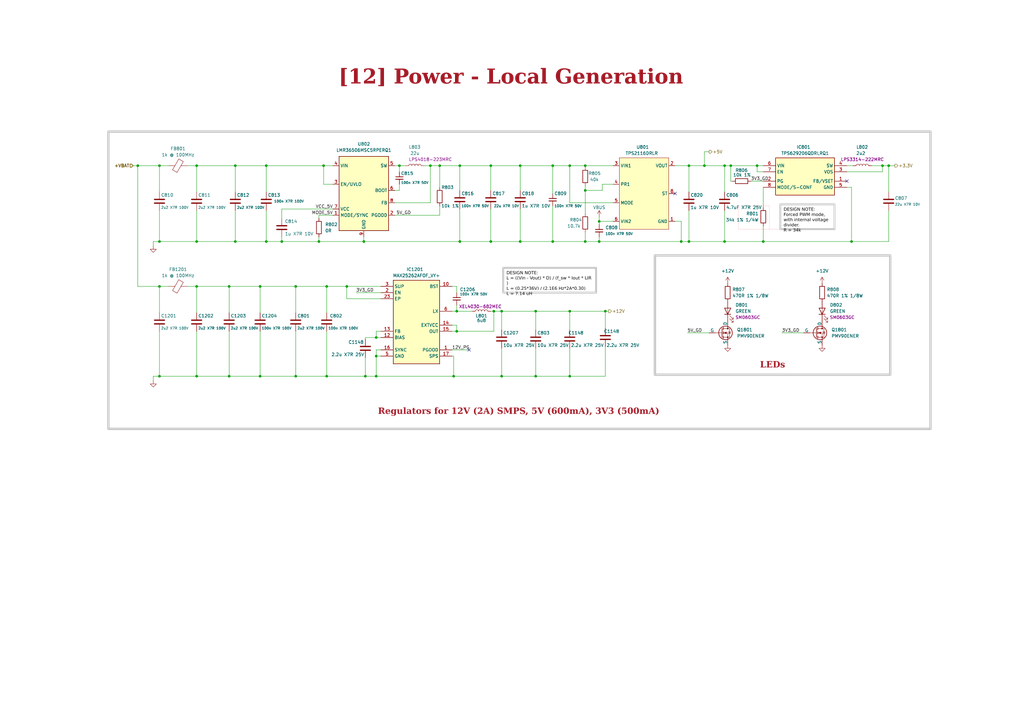
<source format=kicad_sch>
(kicad_sch (version 20230121) (generator eeschema)
  (paper "A3")
  (lib_symbols
    (symbol "0_switching_regulator:LMR36506MSC5RPERQ1"
      (property "Reference" "U?" (at -10.16 35.56 0))
      (property "Value" "LMR36506MSC5RPERQ1" (at -10.16 33.02 0))
      (symbol "LMR36506MSC5RPERQ1_1_1"
        (pin input line (at -12.7 6.35 0) (length 2.54) (name "MODE/SYNC") (number "1"))
        (pin open_collector line (at 12.7 6.35 180) (length 2.54) (name "PGOOD") (number "2"))
        (pin input line (at -12.7 19.05 0) (length 2.54) (name "EN/UVLO") (number "3"))
        (pin power_in line (at -12.7 26.67 0) (length 2.54) (name "VIN") (number "4"))
        (pin power_out line (at 12.7 26.67 180) (length 2.54) (name "SW") (number "5"))
        (pin passive line (at 12.7 16.51 180) (length 2.54) (name "BOOT") (number "6"))
        (pin passive line (at -12.7 8.89 0) (length 2.54) (name "VCC") (number "7"))
        (pin input line (at 12.7 11.43 180) (length 2.54) (name "FB") (number "8"))
        (pin power_in line (at 0 -2.54 90) (length 2.54) (name "GND") (number "9"))
      )
    )
    (symbol "Device:C" (pin_numbers hide) (pin_names (offset 0.254))
      (property "Reference" "C" (at 0.635 2.54 0))
      (property "Value" "C" (at 0.635 -2.54 0))
      (symbol "C_1_1"
        (pin passive line (at 0 3.81 270) (length 2.794) (name "~") (number "1"))
        (pin passive line (at 0 -3.81 90) (length 2.794) (name "~") (number "2"))
      )
    )
    (symbol "Device:C_Small" (pin_numbers hide) (pin_names (offset 0.254) hide)
      (property "Reference" "C" (at 0.254 1.778 0))
      (property "Value" "C_Small" (at 0.254 -2.032 0))
      (symbol "C_Small_1_1"
        (pin passive line (at 0 2.54 270) (length 2.032) (name "~") (number "1"))
        (pin passive line (at 0 -2.54 90) (length 2.032) (name "~") (number "2"))
      )
    )
    (symbol "Device:FerriteBead" (pin_numbers hide) (pin_names (offset 0))
      (property "Reference" "FB" (at -3.81 0.635 90))
      (property "Value" "FerriteBead" (at 3.81 0 90))
      (symbol "FerriteBead_1_1"
        (pin passive line (at 0 3.81 270) (length 2.54) (name "~") (number "1"))
        (pin passive line (at 0 -3.81 90) (length 2.54) (name "~") (number "2"))
      )
    )
    (symbol "Device:L" (pin_numbers hide) (pin_names (offset 1.016) hide)
      (property "Reference" "L" (at -1.27 0 90))
      (property "Value" "L" (at 1.905 0 90))
      (symbol "L_1_1"
        (pin passive line (at 0 3.81 270) (length 1.27) (name "1") (number "1"))
        (pin passive line (at 0 -3.81 90) (length 1.27) (name "2") (number "2"))
      )
    )
    (symbol "Device:LED" (pin_numbers hide) (pin_names (offset 1.016) hide)
      (property "Reference" "D" (at 0 2.54 0))
      (property "Value" "LED" (at 0 -2.54 0))
      (symbol "LED_1_1"
        (pin passive line (at -3.81 0 0) (length 2.54) (name "K") (number "1"))
        (pin passive line (at 3.81 0 180) (length 2.54) (name "A") (number "2"))
      )
    )
    (symbol "Device:R" (pin_numbers hide) (pin_names (offset 0))
      (property "Reference" "R" (at 2.032 0 90))
      (property "Value" "R" (at 0 0 90))
      (symbol "R_1_1"
        (pin passive line (at 0 3.81 270) (length 1.27) (name "~") (number "1"))
        (pin passive line (at 0 -3.81 90) (length 1.27) (name "~") (number "2"))
      )
    )
    (symbol "MAX25262AFOF_VY+:MAX25262AFOF_VY+"
      (property "Reference" "IC1201" (at 22.86 -38.1 0))
      (property "Value" "MAX25262AFOF_VY+" (at 30.48 -75.565 0))
      (symbol "MAX25262AFOF_VY+_1_1"
        (pin passive line (at 45.085 -67.945 180) (length 5.08) (name "PGOOD") (number "1"))
        (pin passive line (at 45.085 -41.91 180) (length 5.08) (name "BST") (number "10"))
        (pin passive line (at 15.875 -70.485 0) (length 5.08) hide (name "GND") (number "11"))
        (pin passive line (at 15.875 -62.865 0) (length 5.08) (name "BIAS") (number "12"))
        (pin passive line (at 15.875 -60.325 0) (length 5.08) (name "FB") (number "13"))
        (pin passive line (at 45.085 -57.785 180) (length 5.08) (name "EXTVCC") (number "14"))
        (pin passive line (at 45.085 -60.325 180) (length 5.08) (name "OUT") (number "15"))
        (pin passive line (at 15.875 -67.945 0) (length 5.08) (name "SYNC") (number "16"))
        (pin passive line (at 45.085 -70.485 180) (length 5.08) (name "SPS") (number "17"))
        (pin passive line (at 45.085 -70.485 180) (length 5.08) hide (name "SPS_2") (number "18"))
        (pin passive line (at 15.875 -70.485 0) (length 5.08) hide (name "PGND_3") (number "19"))
        (pin passive line (at 15.875 -44.45 0) (length 5.08) (name "EN") (number "2"))
        (pin passive line (at 45.085 -52.07 180) (length 5.08) hide (name "LX_2") (number "20"))
        (pin passive line (at 15.875 -70.485 0) (length 5.08) hide (name "PGND_4") (number "21"))
        (pin passive line (at 15.875 -62.865 0) (length 5.08) hide (name "BIAS_2") (number "22"))
        (pin passive line (at 15.875 -46.99 0) (length 5.08) (name "EP") (number "23"))
        (pin passive line (at 15.875 -41.91 0) (length 5.08) (name "SUP") (number "3"))
        (pin no_connect line (at 28.575 -34.29 270) (length 5.08) hide (name "N/C") (number "4"))
        (pin passive line (at 15.875 -70.485 0) (length 5.08) (name "GND") (number "5"))
        (pin passive line (at 45.085 -52.07 180) (length 5.08) (name "LX") (number "6"))
        (pin passive line (at 15.875 -70.485 0) (length 5.08) hide (name "PGND_2") (number "7"))
        (pin no_connect line (at 28.575 -34.29 270) (length 5.08) hide (name "NC") (number "8"))
        (pin passive line (at 15.875 -41.91 0) (length 5.08) hide (name "SUP_2") (number "9"))
      )
    )
    (symbol "NMOS_1" (pin_numbers hide) (pin_names (offset 0))
      (property "Reference" "Q1501" (at 6.35 1.27 0))
      (property "Value" "PMV90ENER" (at 6.35 -1.27 0))
      (symbol "NMOS_1_1_1"
        (pin input line (at -5.08 0 0) (length 2.54) (name "G") (number "1"))
        (pin passive line (at 2.54 -5.08 90) (length 2.54) (name "S") (number "2"))
        (pin passive line (at 2.54 5.08 270) (length 2.54) (name "D") (number "3"))
      )
    )
    (symbol "TPS2116DRLR_1"
      (property "Reference" "U" (at 0 -2.54 0))
      (property "Value" "TPS2116DRLR_1" (at 0 0 0))
      (symbol "TPS2116DRLR_1_1_1"
        (pin power_in line (at 13.335 -11.43 180) (length 2.54) (name "GND") (number "1"))
        (pin passive line (at 13.335 11.43 180) (length 2.54) (name "VOUT") (number "2"))
        (pin power_in line (at -12.065 11.43 0) (length 2.54) (name "VIN1") (number "3"))
        (pin input line (at -12.065 3.81 0) (length 2.54) (name "PR1") (number "4"))
        (pin input line (at -12.065 -3.81 0) (length 2.54) (name "MODE") (number "5"))
        (pin power_in line (at -12.065 -11.43 0) (length 2.54) (name "VIN2") (number "6"))
        (pin passive line (at 13.335 11.43 180) (length 2.54) hide (name "VOUT") (number "7"))
        (pin open_collector line (at 13.335 0 180) (length 2.54) (name "ST") (number "8"))
      )
    )
    (symbol "TPS629206QDRLRQ1:TPS629206QDRLRQ1"
      (property "Reference" "IC2" (at 20.32 7.62 0))
      (property "Value" "TPS629206QDRLRQ1" (at 20.32 5.08 0))
      (symbol "TPS629206QDRLRQ1_1_1"
        (pin passive line (at 47.625 -30.48 180) (length 5.08) (name "FB/VSET") (number "1"))
        (pin passive line (at 13.335 -30.48 0) (length 5.08) (name "PG") (number "2"))
        (pin passive line (at 47.625 -26.67 180) (length 5.08) (name "VOS") (number "3"))
        (pin passive line (at 47.625 -24.13 180) (length 5.08) (name "SW") (number "4"))
        (pin passive line (at 47.625 -33.02 180) (length 5.08) (name "GND") (number "5"))
        (pin passive line (at 13.335 -24.13 0) (length 5.08) (name "VIN") (number "6"))
        (pin passive line (at 13.335 -26.67 0) (length 5.08) (name "EN") (number "7"))
        (pin passive line (at 13.335 -33.02 0) (length 5.08) (name "MODE/S-CONF") (number "8"))
      )
    )
    (symbol "power:+12V" (power) (pin_names (offset 0))
      (property "Value" "+12V" (at 0 3.556 0))
      (symbol "+12V_1_1"
        (pin power_in line (at 0 0 90) (length 0) hide (name "+12V") (number "1"))
      )
    )
    (symbol "power:GND" (power) (pin_names (offset 0))
      (property "Value" "GND" (at 0 -3.81 0))
      (symbol "GND_1_1"
        (pin power_in line (at 0 0 270) (length 0) hide (name "GND") (number "1"))
      )
    )
    (symbol "power:VBUS" (power) (pin_names (offset 0))
      (property "Value" "VBUS" (at 0 3.81 0))
      (symbol "VBUS_1_1"
        (pin power_in line (at 0 0 90) (length 0) hide (name "VBUS") (number "1"))
      )
    )
  )
  (junction (at 149.225 99.06))
  (junction (at 154.305 138.43))
  (junction (at 361.95 67.945))
  (junction (at 80.645 154.305))
  (junction (at 248.285 127.635))
  (junction (at 205.74 127.635))
  (junction (at 349.25 99.06))
  (junction (at 240.03 78.105))
  (junction (at 201.295 99.06))
  (junction (at 288.925 67.945))
  (junction (at 188.595 99.06))
  (junction (at 240.03 67.945))
  (junction (at 233.68 127.635))
  (junction (at 133.985 154.305))
  (junction (at 202.565 127.635))
  (junction (at 132.715 67.945))
  (junction (at 245.745 90.805))
  (junction (at 213.36 67.945))
  (junction (at 65.405 154.305))
  (junction (at 240.03 99.06))
  (junction (at 187.325 135.89))
  (junction (at 186.055 154.305))
  (junction (at 213.36 99.06))
  (junction (at 233.68 154.305))
  (junction (at 96.52 67.945))
  (junction (at 130.81 99.06))
  (junction (at 56.515 67.945))
  (junction (at 115.57 99.06))
  (junction (at 226.695 99.06))
  (junction (at 282.575 99.06))
  (junction (at 80.645 67.945))
  (junction (at 121.285 154.305))
  (junction (at 163.83 67.945))
  (junction (at 233.68 67.945))
  (junction (at 187.325 127.635))
  (junction (at 176.53 67.945))
  (junction (at 106.68 154.305))
  (junction (at 80.645 117.475))
  (junction (at 149.86 154.305))
  (junction (at 297.18 99.06))
  (junction (at 364.49 67.945))
  (junction (at 188.595 67.945))
  (junction (at 219.71 127.635))
  (junction (at 106.68 117.475))
  (junction (at 80.645 99.06))
  (junction (at 226.695 67.945))
  (junction (at 65.405 67.945))
  (junction (at 313.055 99.06))
  (junction (at 205.74 154.305))
  (junction (at 154.305 146.05))
  (junction (at 121.285 117.475))
  (junction (at 93.98 154.305))
  (junction (at 154.305 154.305))
  (junction (at 299.72 67.945))
  (junction (at 93.98 117.475))
  (junction (at 245.745 99.06))
  (junction (at 96.52 99.06))
  (junction (at 65.405 99.06))
  (junction (at 109.22 99.06))
  (junction (at 201.295 67.945))
  (junction (at 180.34 67.945))
  (junction (at 297.18 67.945))
  (junction (at 142.24 117.475))
  (junction (at 219.71 154.305))
  (junction (at 282.575 67.945))
  (junction (at 133.985 117.475))
  (junction (at 310.515 67.945))
  (junction (at 279.4 99.06))
  (junction (at 109.22 67.945))
  (junction (at 65.405 117.475))
  (no_connect (at 192.405 143.51))
  (no_connect (at 347.345 74.295))
  (no_connect (at 276.86 79.375))
  (wire (pts (xy 121.285 117.475) (xy 133.985 117.475)))
  (wire (pts (xy 240.03 67.945) (xy 240.03 68.58)))
  (wire (pts (xy 65.405 117.475) (xy 69.215 117.475)))
  (wire (pts (xy 245.745 88.9) (xy 245.745 90.805)))
  (wire (pts (xy 185.42 133.35) (xy 187.325 133.35)))
  (wire (pts (xy 80.645 78.74) (xy 80.645 67.945)))
  (wire (pts (xy 247.015 78.105) (xy 247.015 75.565)))
  (wire (pts (xy 240.03 99.06) (xy 245.745 99.06)))
  (wire (pts (xy 130.81 99.06) (xy 149.225 99.06)))
  (wire (pts (xy 205.74 154.305) (xy 219.71 154.305)))
  (wire (pts (xy 282.575 78.74) (xy 282.575 67.945)))
  (wire (pts (xy 219.71 127.635) (xy 219.71 135.255)))
  (wire (pts (xy 65.405 135.89) (xy 65.405 154.305)))
  (wire (pts (xy 109.22 67.945) (xy 132.715 67.945)))
  (wire (pts (xy 226.695 84.455) (xy 226.695 99.06)))
  (wire (pts (xy 132.715 67.945) (xy 136.525 67.945)))
  (wire (pts (xy 154.305 146.05) (xy 154.305 154.305)))
  (wire (pts (xy 213.36 99.06) (xy 226.695 99.06)))
  (wire (pts (xy 205.74 127.635) (xy 219.71 127.635)))
  (wire (pts (xy 251.46 90.805) (xy 245.745 90.805)))
  (wire (pts (xy 188.595 85.725) (xy 188.595 99.06)))
  (wire (pts (xy 106.68 154.305) (xy 121.285 154.305)))
  (wire (pts (xy 282.575 99.06) (xy 297.18 99.06)))
  (wire (pts (xy 205.74 142.875) (xy 205.74 154.305)))
  (wire (pts (xy 133.985 117.475) (xy 142.24 117.475)))
  (wire (pts (xy 54.61 67.945) (xy 56.515 67.945)))
  (wire (pts (xy 180.34 67.945) (xy 188.595 67.945)))
  (wire (pts (xy 201.295 127.635) (xy 202.565 127.635)))
  (wire (pts (xy 146.05 120.015) (xy 156.21 120.015)))
  (wire (pts (xy 187.325 125.095) (xy 187.325 127.635)))
  (wire (pts (xy 279.4 90.805) (xy 279.4 99.06)))
  (wire (pts (xy 188.595 67.945) (xy 201.295 67.945)))
  (wire (pts (xy 93.98 135.89) (xy 93.98 154.305)))
  (wire (pts (xy 188.595 99.06) (xy 201.295 99.06)))
  (wire (pts (xy 288.925 62.23) (xy 288.925 67.945)))
  (wire (pts (xy 106.68 135.89) (xy 106.68 154.305)))
  (polyline (pts (xy 315.595 93.98) (xy 320.04 93.98)) (stroke (width 0) (type dot) (color 255 0 0 1)))
  (wire (pts (xy 249.555 127.635) (xy 248.285 127.635)))
  (wire (pts (xy 187.325 135.89) (xy 202.565 135.89)))
  (wire (pts (xy 96.52 67.945) (xy 96.52 78.74)))
  (wire (pts (xy 161.925 88.265) (xy 180.34 88.265)))
  (wire (pts (xy 80.645 67.945) (xy 76.835 67.945)))
  (wire (pts (xy 299.72 67.945) (xy 310.515 67.945)))
  (wire (pts (xy 121.285 135.89) (xy 121.285 154.305)))
  (wire (pts (xy 201.295 85.725) (xy 201.295 99.06)))
  (wire (pts (xy 62.865 99.06) (xy 62.865 100.965)))
  (wire (pts (xy 299.72 67.945) (xy 299.72 74.295)))
  (wire (pts (xy 65.405 154.305) (xy 80.645 154.305)))
  (wire (pts (xy 109.22 67.945) (xy 109.22 78.74)))
  (wire (pts (xy 361.95 70.485) (xy 361.95 67.945)))
  (wire (pts (xy 226.695 67.945) (xy 233.68 67.945)))
  (wire (pts (xy 149.86 146.685) (xy 149.86 154.305)))
  (wire (pts (xy 185.42 146.05) (xy 186.055 146.05)))
  (wire (pts (xy 154.305 143.51) (xy 154.305 146.05)))
  (wire (pts (xy 80.645 67.945) (xy 96.52 67.945)))
  (wire (pts (xy 80.645 154.305) (xy 93.98 154.305)))
  (wire (pts (xy 130.81 97.155) (xy 130.81 99.06)))
  (wire (pts (xy 364.49 67.945) (xy 364.49 78.74)))
  (wire (pts (xy 62.865 154.305) (xy 65.405 154.305)))
  (wire (pts (xy 65.405 67.945) (xy 69.215 67.945)))
  (wire (pts (xy 62.865 154.305) (xy 62.865 156.21)))
  (wire (pts (xy 96.52 99.06) (xy 109.22 99.06)))
  (wire (pts (xy 297.18 99.06) (xy 313.055 99.06)))
  (wire (pts (xy 93.98 128.27) (xy 93.98 117.475)))
  (wire (pts (xy 149.86 139.065) (xy 149.86 138.43)))
  (wire (pts (xy 233.68 83.185) (xy 251.46 83.185)))
  (wire (pts (xy 310.515 67.945) (xy 313.055 67.945)))
  (wire (pts (xy 80.645 117.475) (xy 76.835 117.475)))
  (wire (pts (xy 154.305 135.89) (xy 154.305 138.43)))
  (wire (pts (xy 96.52 99.06) (xy 80.645 99.06)))
  (wire (pts (xy 279.4 99.06) (xy 282.575 99.06)))
  (wire (pts (xy 186.055 154.305) (xy 205.74 154.305)))
  (wire (pts (xy 185.42 143.51) (xy 192.405 143.51)))
  (wire (pts (xy 56.515 67.945) (xy 65.405 67.945)))
  (wire (pts (xy 115.57 99.06) (xy 130.81 99.06)))
  (wire (pts (xy 201.295 78.105) (xy 201.295 67.945)))
  (wire (pts (xy 205.74 127.635) (xy 205.74 135.255)))
  (wire (pts (xy 219.71 154.305) (xy 233.68 154.305)))
  (wire (pts (xy 115.57 85.725) (xy 136.525 85.725)))
  (wire (pts (xy 115.57 89.535) (xy 115.57 85.725)))
  (wire (pts (xy 364.49 86.36) (xy 364.49 99.06)))
  (wire (pts (xy 201.295 67.945) (xy 213.36 67.945)))
  (wire (pts (xy 313.055 70.485) (xy 310.515 70.485)))
  (wire (pts (xy 106.68 128.27) (xy 106.68 117.475)))
  (wire (pts (xy 149.86 154.305) (xy 154.305 154.305)))
  (wire (pts (xy 56.515 117.475) (xy 65.405 117.475)))
  (wire (pts (xy 187.325 117.475) (xy 187.325 120.015)))
  (wire (pts (xy 186.055 146.05) (xy 186.055 154.305)))
  (wire (pts (xy 233.68 127.635) (xy 233.68 135.255)))
  (wire (pts (xy 80.645 117.475) (xy 93.98 117.475)))
  (wire (pts (xy 240.03 67.945) (xy 251.46 67.945)))
  (wire (pts (xy 65.405 78.74) (xy 65.405 67.945)))
  (wire (pts (xy 156.21 138.43) (xy 154.305 138.43)))
  (wire (pts (xy 233.68 142.875) (xy 233.68 154.305)))
  (wire (pts (xy 349.25 99.06) (xy 364.49 99.06)))
  (wire (pts (xy 149.225 99.06) (xy 188.595 99.06)))
  (wire (pts (xy 248.285 142.24) (xy 248.285 154.305)))
  (wire (pts (xy 161.925 67.945) (xy 163.83 67.945)))
  (wire (pts (xy 347.345 67.945) (xy 349.885 67.945)))
  (wire (pts (xy 281.94 136.525) (xy 290.83 136.525)))
  (wire (pts (xy 247.015 75.565) (xy 251.46 75.565)))
  (wire (pts (xy 245.745 90.805) (xy 245.745 92.075)))
  (wire (pts (xy 276.86 90.805) (xy 279.4 90.805)))
  (wire (pts (xy 361.95 67.945) (xy 364.49 67.945)))
  (wire (pts (xy 109.22 86.36) (xy 109.22 99.06)))
  (wire (pts (xy 233.68 154.305) (xy 248.285 154.305)))
  (wire (pts (xy 56.515 67.945) (xy 56.515 117.475)))
  (wire (pts (xy 186.055 154.305) (xy 154.305 154.305)))
  (wire (pts (xy 121.285 154.305) (xy 133.985 154.305)))
  (wire (pts (xy 62.865 99.06) (xy 65.405 99.06)))
  (wire (pts (xy 282.575 86.36) (xy 282.575 99.06)))
  (wire (pts (xy 163.83 67.945) (xy 166.37 67.945)))
  (wire (pts (xy 233.68 83.185) (xy 233.68 67.945)))
  (wire (pts (xy 233.68 67.945) (xy 240.03 67.945)))
  (wire (pts (xy 176.53 67.945) (xy 180.34 67.945)))
  (wire (pts (xy 176.53 67.945) (xy 173.99 67.945)))
  (wire (pts (xy 320.675 136.525) (xy 329.565 136.525)))
  (wire (pts (xy 201.295 99.06) (xy 213.36 99.06)))
  (wire (pts (xy 65.405 86.36) (xy 65.405 99.06)))
  (wire (pts (xy 245.745 97.155) (xy 245.745 99.06)))
  (wire (pts (xy 136.525 88.265) (xy 130.81 88.265)))
  (wire (pts (xy 347.345 70.485) (xy 361.95 70.485)))
  (wire (pts (xy 163.83 75.565) (xy 163.83 78.105)))
  (wire (pts (xy 80.645 135.89) (xy 80.645 154.305)))
  (wire (pts (xy 132.715 75.565) (xy 132.715 67.945)))
  (wire (pts (xy 133.985 154.305) (xy 149.86 154.305)))
  (wire (pts (xy 93.98 154.305) (xy 106.68 154.305)))
  (wire (pts (xy 142.24 117.475) (xy 156.21 117.475)))
  (wire (pts (xy 142.24 122.555) (xy 142.24 117.475)))
  (wire (pts (xy 130.81 88.265) (xy 130.81 89.535)))
  (wire (pts (xy 240.03 95.25) (xy 240.03 99.06)))
  (wire (pts (xy 213.36 67.945) (xy 213.36 78.105)))
  (wire (pts (xy 121.285 117.475) (xy 121.285 128.27)))
  (wire (pts (xy 136.525 75.565) (xy 132.715 75.565)))
  (wire (pts (xy 248.285 127.635) (xy 248.285 134.62)))
  (wire (pts (xy 213.36 85.725) (xy 213.36 99.06)))
  (wire (pts (xy 297.18 86.36) (xy 297.18 99.06)))
  (wire (pts (xy 180.34 76.835) (xy 180.34 67.945)))
  (wire (pts (xy 240.03 76.2) (xy 240.03 78.105)))
  (wire (pts (xy 240.03 78.105) (xy 247.015 78.105)))
  (wire (pts (xy 245.745 99.06) (xy 279.4 99.06)))
  (wire (pts (xy 297.18 67.945) (xy 297.18 78.74)))
  (wire (pts (xy 219.71 127.635) (xy 233.68 127.635)))
  (wire (pts (xy 297.18 67.945) (xy 299.72 67.945)))
  (wire (pts (xy 219.71 142.875) (xy 219.71 154.305)))
  (wire (pts (xy 115.57 97.155) (xy 115.57 99.06)))
  (wire (pts (xy 133.985 117.475) (xy 133.985 128.27)))
  (wire (pts (xy 80.645 128.27) (xy 80.645 117.475)))
  (wire (pts (xy 156.21 143.51) (xy 154.305 143.51)))
  (wire (pts (xy 213.36 67.945) (xy 226.695 67.945)))
  (wire (pts (xy 364.49 67.945) (xy 367.03 67.945)))
  (wire (pts (xy 142.24 122.555) (xy 156.21 122.555)))
  (wire (pts (xy 80.645 86.36) (xy 80.645 99.06)))
  (wire (pts (xy 307.975 74.295) (xy 313.055 74.295)))
  (wire (pts (xy 299.72 74.295) (xy 300.355 74.295)))
  (wire (pts (xy 65.405 99.06) (xy 80.645 99.06)))
  (wire (pts (xy 288.925 67.945) (xy 297.18 67.945)))
  (wire (pts (xy 65.405 128.27) (xy 65.405 117.475)))
  (wire (pts (xy 96.52 67.945) (xy 109.22 67.945)))
  (wire (pts (xy 109.22 99.06) (xy 115.57 99.06)))
  (wire (pts (xy 185.42 117.475) (xy 187.325 117.475)))
  (wire (pts (xy 313.055 99.06) (xy 349.25 99.06)))
  (wire (pts (xy 161.925 78.105) (xy 163.83 78.105)))
  (wire (pts (xy 93.98 117.475) (xy 106.68 117.475)))
  (wire (pts (xy 187.325 133.35) (xy 187.325 135.89)))
  (wire (pts (xy 226.695 67.945) (xy 226.695 79.375)))
  (wire (pts (xy 202.565 127.635) (xy 205.74 127.635)))
  (wire (pts (xy 161.925 83.185) (xy 176.53 83.185)))
  (wire (pts (xy 313.055 92.71) (xy 313.055 99.06)))
  (wire (pts (xy 96.52 86.36) (xy 96.52 99.06)))
  (wire (pts (xy 226.695 99.06) (xy 240.03 99.06)))
  (wire (pts (xy 357.505 67.945) (xy 361.95 67.945)))
  (wire (pts (xy 282.575 67.945) (xy 288.925 67.945)))
  (wire (pts (xy 180.34 88.265) (xy 180.34 84.455)))
  (wire (pts (xy 233.68 127.635) (xy 248.285 127.635)))
  (wire (pts (xy 106.68 117.475) (xy 121.285 117.475)))
  (wire (pts (xy 154.305 146.05) (xy 156.21 146.05)))
  (wire (pts (xy 276.86 67.945) (xy 282.575 67.945)))
  (wire (pts (xy 133.985 135.89) (xy 133.985 154.305)))
  (wire (pts (xy 290.83 62.23) (xy 288.925 62.23)))
  (wire (pts (xy 156.21 135.89) (xy 154.305 135.89)))
  (wire (pts (xy 185.42 135.89) (xy 187.325 135.89)))
  (wire (pts (xy 187.325 127.635) (xy 193.675 127.635)))
  (wire (pts (xy 154.305 138.43) (xy 149.86 138.43)))
  (wire (pts (xy 202.565 127.635) (xy 202.565 135.89)))
  (wire (pts (xy 176.53 83.185) (xy 176.53 67.945)))
  (wire (pts (xy 187.325 127.635) (xy 185.42 127.635)))
  (wire (pts (xy 163.83 67.945) (xy 163.83 70.485)))
  (wire (pts (xy 149.225 97.155) (xy 149.225 99.06)))
  (wire (pts (xy 313.055 76.835) (xy 313.055 85.09)))
  (wire (pts (xy 310.515 67.945) (xy 310.515 70.485)))
  (wire (pts (xy 347.345 76.835) (xy 349.25 76.835)))
  (wire (pts (xy 188.595 78.105) (xy 188.595 67.945)))
  (wire (pts (xy 349.25 76.835) (xy 349.25 99.06)))
  (wire (pts (xy 240.03 78.105) (xy 240.03 87.63)))
  (rectangle (start 302.895 84.455) (end 315.595 93.98) (stroke (width 0) (type dot) (color 255 0 0 1)))
  (rectangle (start 268.605 104.775) (end 365.125 153.67) (stroke (width 1) (color 200 200 200 1)))
  (rectangle (start 44.45 53.975) (end 381.635 175.895) (stroke (width 1) (color 200 200 200 1)))
  (text_box "LEDs" (at 269.875 143.51 0) (size 93.98 9.525) (stroke (width -0.0001)) (effects (font (size 2.54 2.54) (thickness 0.508) bold) (justify bottom)))
  (text_box "Regulators for 12V (2A) SMPS, 5V (600mA), 3V3 (500mA)" (at 44.45 162.56 0) (size 336.55 9.525) (stroke (width -0.0001)) (effects (font (size 2.54 2.54) (thickness 0.508) bold) (justify bottom)))
  (text_box "DESIGN NOTE:\nL = ((Vin - Vout) * D) / (f_sw * Iout * LIR )\nL = (0.25*36V) / (2.1E6 Hz*2A*0.30)\nL = 7.14 uH" (at 206.375 109.855 0) (size 38.1 10.16) (stroke (width 0.8) (color 200 200 200 1)) (effects (font (size 1.27 1.27)) (justify left top)))
  (text_box "DESIGN NOTE:\nForced PWM mode, with internal voltage divider. \nR = 34k" (at 320.04 83.82 0) (size 22.225 10.16) (stroke (width 0.8) (color 200 200 200 1)) (effects (font (size 1.27 1.27)) (justify left top)))
  (text_box "[12] Power - Local Generation\n" (at 12.065 25.4 0) (size 394.97 12.7) (stroke (width -0.0001)) (effects (font (size 6 6) (thickness 1.2) bold)))
  (label "12V_PG" (at 185.42 143.51 0))
  (label "5V_GD" (at 162.56 88.265 0))
  (label "5V_GD" (at 281.94 136.525 0))
  (label "3V3_GD" (at 307.975 74.295 0))
  (label "MODE_5V" (at 136.525 88.265 180))
  (label "VCC_5V" (at 136.525 85.725 180))
  (label "3V3_GD" (at 146.05 120.015 0))
  (label "3V3_GD" (at 320.675 136.525 0))
  (hierarchical_label "+3.3V" (shape output) (at 367.03 67.945 0))
  (hierarchical_label "+12V" (shape output) (at 249.555 127.635 0))
  (hierarchical_label "+5V" (shape output) (at 290.83 62.23 0))
  (hierarchical_label "+VBAT" (shape input) (at 54.61 67.945 180) (effects (font bold)))
  (symbol (lib_id "Device:C") (at 65.405 82.55 0) (unit 1)
    (property "Reference" "C810" (at 66.04 80.01 0) (effects (justify left)))
    (property "Value" "2u2 X7R 100V" (at 66.04 85.09 0) (effects (font (size 1.016 1.016)) (justify left)))
    (property "Footprint" "0_capacitor_smd:C_0805_2012_DensityHigh" (effects hide))
    (property "Datasheet" "https://product.tdk.com/system/files/dam/doc/product/capacitor/ceramic/mlcc/catalog/mlcc_automotive_midvoltage_en.pdf" (effects hide))
    (property "Description" "Multilayer Ceramic Capacitors MLCC - SMD/SMT 0805 100VDC 2.2uF 10% 1.25mm AEC-Q200" (effects hide))
    (property "Manufacturer" "TDK Corporation" (effects hide))
    (property "Manufacturer Part Number" "CGA4J1X7R2A225K125AC" (effects hide))
    (property "Supplier 1" "Mouser" (effects hide))
    (property "Supplier Part Number 1" "810-CGA4J7R2A225K125" (effects hide))
  )
  (symbol (lib_id "MAX25262AFOF_VY+:MAX25262AFOF_VY+") (at 140.335 75.565 0) (unit 1)
    (property "Reference" "IC1201" (at 170.18 110.49 0))
    (property "Value" "MAX25262AFOF_VY+" (at 170.815 113.03 0))
    (property "Footprint" "0_switching_regulator:MAX25262AFOFVY" (effects hide))
    (property "Datasheet" "https://www.analog.com/MAX25262/datasheet" (effects hide))
    (property "Height" "0.8" (effects hide))
    (property "Mouser Part Number" "700-MAX25262AFOF/VY+" (effects hide))
    (property "Mouser Price/Stock" "https://www.mouser.co.uk/ProductDetail/Maxim-Integrated/MAX25262AFOF-VY%2b?qs=Znm5pLBrcAKuUEKeEaESFA%3D%3D" (effects hide))
    (property "Manufacturer_Name" "Analog Devices" (effects hide))
    (property "Manufacturer_Part_Number" "MAX25262AFOF/VY+" (effects hide))
  )
  (symbol (lib_id "Device:C") (at 115.57 93.345 0) (unit 1)
    (property "Reference" "C814" (at 116.84 90.805 0) (effects (justify left)))
    (property "Value" "1u X7R 10V" (at 116.84 95.885 0) (effects (justify left)))
    (property "Footprint" "0_capacitor_smd:C_0402_1005_DensityHigh" (effects hide))
    (property "Datasheet" "https://search.murata.co.jp/Ceramy/image/img/A01X/G101/ENG/GRM155Z71A105KE01-01A.pdf" (effects hide))
    (property "Description" "1 µF ±10% 10V Ceramic Capacitor X7R 0402 (1005 Metric)" (effects hide))
    (property "Manufacturer" "Murata Electronics" (effects hide))
    (property "Manufacturer Part Number" "GRM155Z71A105KE01J" (effects hide))
    (property "Supplier 1" "Digikey" (effects hide))
    (property "Supplier Part Number 1" "490-GRM155Z71A105KE01JCT-ND" (effects hide))
  )
  (symbol (lib_id "Device:L") (at 197.485 127.635 90) (unit 1)
    (property "Reference" "L801" (at 197.485 129.54 90))
    (property "Value" "6u8" (at 197.485 131.445 90))
    (property "Footprint" "0_inductor_smd:XEL4030682MEC" (effects hide))
    (property "Datasheet" "XEL4030-682MEC " (at 197.485 125.73 90))
  )
  (symbol (lib_id "Device:C") (at 188.595 81.915 0) (unit 1)
    (property "Reference" "C816" (at 189.23 79.375 0) (effects (justify left)))
    (property "Value" "100n X7R 50V" (at 189.23 84.455 0) (effects (font (size 1.016 1.016)) (justify left)))
    (property "Footprint" "0_capacitor_smd:C_0402_1005_DensityHigh" (effects hide))
    (property "Datasheet" "https://search.murata.co.jp/Ceramy/image/img/A01X/G101/ENG/GCM155R71H104KE02-01.pdf" (effects hide))
    (property "Description" "0.1 µF ±10% 50V Ceramic Capacitor X7R 0402 (1005 Metric)" (effects hide))
    (property "Manufacturer" "Murata Electronics" (effects hide))
    (property "Manufacturer Part Number" "GCM155R71H104KE02J" (effects hide))
    (property "Supplier 1" "Digikey" (effects hide))
    (property "Supplier Part Number 1" "490-14514-1-ND" (effects hide))
  )
  (symbol (lib_id "Device:C") (at 201.295 81.915 0) (unit 1)
    (property "Reference" "C817" (at 201.93 79.375 0) (effects (justify left)))
    (property "Value" "22u X7R 10V" (at 202.565 84.455 0) (effects (font (size 1.016 1.016)) (justify left)))
    (property "Footprint" "0_capacitor_smd:C_0805_2012_DensityHighest" (effects hide))
    (property "Datasheet" "https://search.murata.co.jp/Ceramy/image/img/A01X/G101/ENG/GRM21BZ71A226ME15-01.pdf" (effects hide))
    (property "Description" "22 µF ±20% 10V Ceramic Capacitor X7R 0805 (2012 Metric)" (effects hide))
    (property "Manufacturer" "Murata Electronics" (effects hide))
    (property "Manufacturer Part Number" "GRM21BZ71A226ME15L" (effects hide))
    (property "Supplier 1" "Digikey" (effects hide))
    (property "Supplier Part Number 1" "490-GRM21BZ71A226ME15LCT-ND" (effects hide))
  )
  (symbol (lib_id "Device:C_Small") (at 226.695 81.915 0) (unit 1)
    (property "Reference" "C809" (at 227.33 79.375 0) (effects (justify left)))
    (property "Value" "100n X7R 50V" (at 227.33 84.455 0) (effects (font (size 1.016 1.016)) (justify left)))
    (property "Footprint" "0_capacitor_smd:C_0402_1005_DensityHigh" (effects hide))
    (property "Datasheet" "https://search.murata.co.jp/Ceramy/image/img/A01X/G101/ENG/GCM155R71H104KE02-01.pdf" (effects hide))
    (property "Description" "0.1 µF ±10% 50V Ceramic Capacitor X7R 0402 (1005 Metric)" (effects hide))
    (property "Manufacturer" "Murata Electronics" (effects hide))
    (property "Manufacturer Part Number" "GCM155R71H104KE02J" (effects hide))
    (property "Supplier 1" "Digikey" (effects hide))
    (property "Supplier Part Number 1" "490-14514-1-ND" (effects hide))
  )
  (symbol (lib_id "0_switching_regulator:LMR36506MSC5RPERQ1") (at 149.225 94.615 0) (unit 1)
    (property "Reference" "U802" (at 149.225 59.055 0))
    (property "Value" "LMR36506MSC5RPERQ1" (at 149.225 61.595 0))
    (property "Footprint" "0_switching_regulator:LMR36503" (effects hide))
    (property "Datasheet" "https://www.ti.com/lit/ds/symlink/lmr36506-q1.pdf" (effects hide))
    (property "Manufacturer" "Texas Instruments" (effects hide))
    (property "Manufacturer Part Number" "LMR36503MSC5RPERQ1" (effects hide))
    (property "Description" "LMR36506-Q1 3-V to 65-V, 0.6-A Synchronous Buck Converter Optimized for Size and Light Load Efficiency" (effects hide))
    (property "Supplier 1" "Digikey" (effects hide))
    (property "Supplier Part Number 1" "296-LMR36506MSC5RPERQ1CT-ND" (effects hide))
  )
  (symbol (lib_id "Device:C") (at 297.18 82.55 180) (unit 1)
    (property "Reference" "C806" (at 297.815 80.01 0) (effects (justify right)))
    (property "Value" "4.7uF X7R 25V" (at 297.815 85.09 0) (effects (justify right)))
    (property "Footprint" "0_capacitor_smd:C_1210_3225_DensityHigh" (effects hide))
  )
  (symbol (lib_id "Device:C") (at 149.86 142.875 0) (unit 1)
    (property "Reference" "C1148" (at 142.875 140.335 0) (effects (justify left)))
    (property "Value" "2.2u X7R 25V" (at 135.89 145.415 0) (effects (justify left)))
    (property "Footprint" "0_capacitor_smd:C_0805_2012_DensityHigh" (effects hide))
    (instances (project "smps_legged_robot" (path "" (reference "C1148") (unit 1)) (path "" (reference "C1205") (unit 1))))
  )
  (symbol (lib_id "Device:L") (at 170.18 67.945 90) (unit 1)
    (property "Reference" "L803" (at 167.64 60.325 90) (effects (justify right)))
    (property "Value" "22u" (at 168.275 62.865 90) (effects (justify right)))
    (property "Footprint" "0_inductor_smd:L_Coilcraft_LPS4018" (effects hide))
    (property "Datasheet" "https://www.coilcraft.com/getmedia/31b05c96-4c4c-4498-8dbb-fe092de76bad/lps4018.pdf" (effects hide))
    (property "Manufacturer Part Number" "LPS4018-223MRC" (at 167.64 65.405 90) (effects (justify right)))
    (property "Supplier 1" "Mouser" (effects hide))
    (property "Supplier Part Number 1" "994-LPS4018-223MRC" (effects hide))
    (property "Description" "Power Inductors - SMD 22uH Shld 20% 830mA 360 mOhms" (effects hide))
    (property "Manufacturer" "Coilcraft" (effects hide))
  )
  (symbol (lib_id "Device:C") (at 233.68 139.065 180) (unit 1)
    (property "Reference" "C1148" (at 239.395 136.525 0) (effects (justify left)))
    (property "Value" "2.2u X7R 25V" (at 247.65 141.605 0) (effects (justify left)))
    (property "Footprint" "0_capacitor_smd:C_0805_2012_DensityHigh" (effects hide))
    (instances (project "smps_legged_robot" (path "" (reference "C1148") (unit 1)) (path "" (reference "C804") (unit 1))))
  )
  (symbol (lib_id "Device:R") (at 180.34 80.645 180) (unit 1)
    (property "Reference" "R803" (at 180.975 76.835 0) (effects (justify right)))
    (property "Value" "10k 1%" (at 180.975 84.455 0) (effects (justify right)))
    (property "Footprint" "0_resistor_smd:R_0402_1005_DensityHigh" (effects hide))
    (property "Datasheet" "https://www.yageo.com/upload/media/product/app/datasheet/rchip/pyu-rt_1-to-0.01_rohs_l.pdf" (effects hide))
    (property "Description" "10 kOhms ±1% 0.063W, 1/16W Chip Resistor 0402 (1005 Metric) Thin Film" (effects hide))
    (property "Manufacturer" "YAGEO" (effects hide))
    (property "Manufacturer Part Number" "RT0402FRE0710KL" (effects hide))
    (property "Supplier 1" "Digikey" (effects hide))
    (property "Supplier Part Number 1" "YAG1233CT-ND" (effects hide))
  )
  (symbol (lib_id "Device:C") (at 65.405 132.08 0) (unit 1)
    (property "Reference" "C1201" (at 66.04 129.54 0) (effects (justify left)))
    (property "Value" "2u2 X7R 100V" (at 66.04 134.62 0) (effects (font (size 1.016 1.016)) (justify left)))
    (property "Footprint" "0_capacitor_smd:C_0805_2012_DensityHigh" (effects hide))
    (property "Datasheet" "https://product.tdk.com/system/files/dam/doc/product/capacitor/ceramic/mlcc/catalog/mlcc_automotive_midvoltage_en.pdf" (effects hide))
    (property "Description" "Multilayer Ceramic Capacitors MLCC - SMD/SMT 0805 100VDC 2.2uF 10% 1.25mm AEC-Q200" (effects hide))
    (property "Manufacturer" "TDK Corporation" (effects hide))
    (property "Manufacturer Part Number" "CGA4J1X7R2A225K125AC" (effects hide))
    (property "Supplier 1" "Mouser" (effects hide))
    (property "Supplier Part Number 1" "810-CGA4J7R2A225K125" (effects hide))
  )
  (symbol (lib_id "Device:C") (at 93.98 132.08 0) (unit 1)
    (property "Reference" "C1203" (at 94.615 129.54 0) (effects (justify left)))
    (property "Value" "2u2 X7R 100V" (at 94.615 134.62 0) (effects (font (size 1.016 1.016)) (justify left)))
    (property "Footprint" "0_capacitor_smd:C_0805_2012_DensityHigh" (effects hide))
    (property "Datasheet" "https://product.tdk.com/system/files/dam/doc/product/capacitor/ceramic/mlcc/catalog/mlcc_automotive_midvoltage_en.pdf" (effects hide))
    (property "Description" "Multilayer Ceramic Capacitors MLCC - SMD/SMT 0805 100VDC 2.2uF 10% 1.25mm AEC-Q200" (effects hide))
    (property "Manufacturer" "TDK Corporation" (effects hide))
    (property "Manufacturer Part Number" "CGA4J1X7R2A225K125AC" (effects hide))
    (property "Supplier 1" "Mouser" (effects hide))
    (property "Supplier Part Number 1" "810-CGA4J7R2A225K125" (effects hide))
  )
  (symbol (lib_id "Device:R") (at 240.03 72.39 0) (unit 1)
    (property "Reference" "R805" (at 241.3 71.12 0) (effects (justify left)))
    (property "Value" "40k" (at 241.935 73.66 0) (effects (justify left)))
    (property "Footprint" "0_resistor_smd:R_0402_1005_DensityHigh" (effects hide))
    (property "Datasheet" "https://industrial.panasonic.com/ww/products/pt/general-purpose-chip-resistors/models/ERJ2GE0R00X" (effects hide))
    (property "Description" "0 Ohms Jumper Chip Resistor 0402 (1005 Metric) Automotive AEC-Q200 Thick Film" (effects hide))
    (property "Manufacturer" "Panasonic Electronic Components" (effects hide))
    (property "Manufacturer Part Number" "ERJ-2GE0R00X" (effects hide))
    (property "Supplier 1" "Digikey" (effects hide))
    (property "Supplier Part Number 1" "P0.0JCT-ND" (effects hide))
  )
  (symbol (lib_id "power:VBUS") (at 245.745 88.9 0) (unit 1)
    (property "Reference" "#PWR0804" (effects hide))
    (property "Value" "VBUS" (at 245.745 85.09 0))
  )
  (symbol (lib_id "Device:L") (at 353.695 67.945 90) (unit 1)
    (property "Reference" "L802" (at 351.155 60.325 90) (effects (justify right)))
    (property "Value" "2u2" (at 351.155 62.865 90) (effects (justify right)))
    (property "Footprint" "0_inductor_smd:L_Coilcraft_LPS3314" (effects hide))
    (property "Datasheet" "https://www.coilcraft.com/getmedia/3ba581dc-6d87-4be6-9dea-9167ac97554d/lps3314.pdf" (effects hide))
    (property "Manufacturer Part Number" "LPS3314-222MRC" (at 344.805 65.405 90) (effects (justify right)))
    (property "Supplier 1" "Mouser" (effects hide))
    (property "Supplier Part Number 1" "994-LPS3314-222MRC" (effects hide))
    (property "Description" "Power Inductors - SMD 2.2uH Shld 20% 1.2A 100 mOhms" (effects hide))
    (property "Manufacturer" "Coilcraft" (effects hide))
  )
  (symbol (lib_id "power:GND") (at 62.865 156.21 0) (mirror y) (unit 1)
    (property "Reference" "#PWR0802" (effects hide))
    (property "Value" "GND" (effects hide))
  )
  (symbol (lib_id "Device:R") (at 240.03 91.44 0) (mirror y) (unit 1)
    (property "Reference" "R804" (at 238.76 90.17 0) (effects (justify left)))
    (property "Value" "10.7k" (at 238.125 92.71 0) (effects (justify left)))
    (property "Footprint" "0_resistor_smd:R_0402_1005_DensityHigh" (effects hide))
    (property "Datasheet" "https://industrial.panasonic.com/ww/products/pt/general-purpose-chip-resistors/models/ERJ2GE0R00X" (effects hide))
    (property "Description" "0 Ohms Jumper Chip Resistor 0402 (1005 Metric) Automotive AEC-Q200 Thick Film" (effects hide))
    (property "Manufacturer" "Panasonic Electronic Components" (effects hide))
    (property "Manufacturer Part Number" "ERJ-2GE0R00X" (effects hide))
    (property "Supplier 1" "Digikey" (effects hide))
    (property "Supplier Part Number 1" "P0.0JCT-ND" (effects hide))
  )
  (symbol (lib_id "Device:C") (at 80.645 82.55 0) (unit 1)
    (property "Reference" "C811" (at 81.28 80.01 0) (effects (justify left)))
    (property "Value" "2u2 X7R 100V" (at 81.28 85.09 0) (effects (font (size 1.016 1.016)) (justify left)))
    (property "Footprint" "0_capacitor_smd:C_0805_2012_DensityHigh" (effects hide))
    (property "Datasheet" "https://product.tdk.com/system/files/dam/doc/product/capacitor/ceramic/mlcc/catalog/mlcc_automotive_midvoltage_en.pdf" (effects hide))
    (property "Description" "Multilayer Ceramic Capacitors MLCC - SMD/SMT 0805 100VDC 2.2uF 10% 1.25mm AEC-Q200" (effects hide))
    (property "Manufacturer" "TDK Corporation" (effects hide))
    (property "Manufacturer Part Number" "CGA4J1X7R2A225K125AC" (effects hide))
    (property "Supplier 1" "Mouser" (effects hide))
    (property "Supplier Part Number 1" "810-CGA4J7R2A225K125" (effects hide))
  )
  (symbol (lib_id "Device:R") (at 130.81 93.345 0) (unit 1)
    (property "Reference" "R802" (at 133.35 92.075 0) (effects (justify left)))
    (property "Value" "0R" (at 133.35 94.615 0) (effects (justify left)))
    (property "Footprint" "0_resistor_smd:R_0402_1005_DensityHigh" (effects hide))
    (property "Datasheet" "https://industrial.panasonic.com/ww/products/pt/general-purpose-chip-resistors/models/ERJ2GE0R00X" (effects hide))
    (property "Description" "0 Ohms Jumper Chip Resistor 0402 (1005 Metric) Automotive AEC-Q200 Thick Film" (effects hide))
    (property "Manufacturer" "Panasonic Electronic Components" (effects hide))
    (property "Manufacturer Part Number" "ERJ-2GE0R00X" (effects hide))
    (property "Supplier 1" "Digikey" (effects hide))
    (property "Supplier Part Number 1" "P0.0JCT-ND" (effects hide))
  )
  (symbol (lib_id "Device:C") (at 213.36 81.915 0) (unit 1)
    (property "Reference" "C818" (at 213.995 79.375 0) (effects (justify left)))
    (property "Value" "1u X7R 10V" (at 213.995 84.455 0) (effects (justify left)))
    (property "Footprint" "0_capacitor_smd:C_0402_1005_DensityHigh" (effects hide))
    (property "Datasheet" "https://search.murata.co.jp/Ceramy/image/img/A01X/G101/ENG/GRM155Z71A105KE01-01A.pdf" (effects hide))
    (property "Description" "1 µF ±10% 10V Ceramic Capacitor X7R 0402 (1005 Metric)" (effects hide))
    (property "Manufacturer" "Murata Electronics" (effects hide))
    (property "Manufacturer Part Number" "GRM155Z71A105KE01J" (effects hide))
    (property "Supplier 1" "Digikey" (effects hide))
    (property "Supplier Part Number 1" "490-GRM155Z71A105KE01JCT-ND" (effects hide))
  )
  (symbol (lib_id "Device:LED") (at 298.45 127.635 90) (unit 1)
    (property "Reference" "D801" (at 301.625 125.095 90) (effects (justify right)))
    (property "Value" "GREEN" (at 301.625 127.635 90) (effects (justify right)))
    (property "Footprint" "LED_SMD:LED_0603_1608Metric" (effects hide))
    (property "Datasheet" "https://www.bivar.com/parts_content/Datasheets/SM0603GC.pdf" (effects hide))
    (property "Manufacturer ref" "SM0603GC" (at 306.705 130.175 90))
    (property "Digikey ref" "492-1324-1-ND" (effects hide))
    (instances (project "smps_legged_robot" (path "" (reference "D801") (unit 1))) (project "orion_pcb" (path "" (reference "D203") (unit 1))))
  )
  (symbol (lib_name "NMOS_1") (lib_id "Simulation_SPICE:NMOS") (at 295.91 136.525 0) (unit 1)
    (property "Reference" "Q1801" (at 302.26 135.255 0) (effects (justify left)))
    (property "Value" "PMV90ENER" (at 302.26 137.795 0) (effects (justify left)))
    (property "Footprint" "0_package_SOT_TO_SMD:SOT-23-3" (effects hide))
    (property "Datasheet" "https://ngspice.sourceforge.io/docs/ngspice-manual.pdf" (effects hide))
    (property "Sim.Device" "NMOS" (effects hide))
    (property "Sim.Type" "VDMOS" (effects hide))
    (property "Sim.Pins" "1=D 2=G 3=S" (effects hide))
    (instances (project "smps_legged_robot" (path "" (reference "Q1801") (unit 1)) (path "" (reference "Q801") (unit 1))))
  )
  (symbol (lib_id "Device:C_Small") (at 187.325 122.555 0) (unit 1)
    (property "Reference" "C1206" (at 188.595 118.745 0) (effects (justify left)))
    (property "Value" "100n X7R 50V" (at 188.595 120.65 0) (effects (font (size 1.016 1.016)) (justify left)))
    (property "Footprint" "0_capacitor_smd:C_0402_1005_DensityHigh" (effects hide))
    (property "Datasheet" "https://search.murata.co.jp/Ceramy/image/img/A01X/G101/ENG/GCM155R71H104KE02-01.pdf" (effects hide))
    (property "Description" "0.1 µF ±10% 50V Ceramic Capacitor X7R 0402 (1005 Metric)" (effects hide))
    (property "Manufacturer" "Murata Electronics" (effects hide))
    (property "Manufacturer Part Number" "GCM155R71H104KE02J" (effects hide))
    (property "Supplier 1" "Digikey" (effects hide))
    (property "Supplier Part Number 1" "490-14514-1-ND" (effects hide))
  )
  (symbol (lib_id "Device:C") (at 106.68 132.08 0) (unit 1)
    (property "Reference" "C1204" (at 107.315 129.54 0) (effects (justify left)))
    (property "Value" "100n X7R 100V" (at 107.315 134.62 0) (effects (font (size 1.016 1.016)) (justify left)))
    (property "Footprint" "0_capacitor_smd:C_0805_2012_DensityHigh" (effects hide))
    (property "Datasheet" "https://mm.digikey.com/Volume0/opasdata/d220001/medias/docus/21/HMK107B7104KAHT_SS.pdf" (effects hide))
    (property "Description" "0.1 µF ±10% 100V Ceramic Capacitor X7R 0603 (1608 Metric)" (effects hide))
    (property "Manufacturer" "Taiyo Yuden" (effects hide))
    (property "Manufacturer Part Number" "HMK107B7104KAHT" (effects hide))
    (property "Supplier 1" "Digikey" (effects hide))
    (property "Supplier Part Number 1" "587-6009-1-ND" (effects hide))
  )
  (symbol (lib_id "TPS629206QDRLRQ1:TPS629206QDRLRQ1") (at 299.72 43.815 0) (unit 1)
    (property "Reference" "IC801" (at 329.565 60.325 0))
    (property "Value" "TPS629206QDRLRQ1" (at 330.2 62.865 0))
    (property "Footprint" "0_switching_regulator:SOTFL50P160X60-8N" (effects hide))
    (property "Datasheet" "https://www.ti.com/lit/gpn/TPS629206-Q1" (effects hide))
    (property "Height" "0.6" (effects hide))
    (property "Mouser Part Number" "595-TPS629206QDRLRQ1" (effects hide))
    (property "Mouser Price/Stock" "https://www.mouser.co.uk/ProductDetail/Texas-Instruments/TPS629206QDRLRQ1?qs=Znm5pLBrcAKSjTz%252BzqwnCQ%3D%3D" (effects hide))
    (property "Manufacturer_Name" "Texas Instruments" (effects hide))
    (property "Manufacturer_Part_Number" "TPS629206QDRLRQ1" (effects hide))
  )
  (symbol (lib_id "Device:C") (at 133.985 132.08 0) (unit 1)
    (property "Reference" "C802" (at 135.255 129.54 0) (effects (justify left)))
    (property "Value" "100n X7R 100V" (at 134.62 134.62 0) (effects (font (size 1.016 1.016)) (justify left)))
    (property "Footprint" "0_capacitor_smd:C_0805_2012_DensityHigh" (effects hide))
    (property "Datasheet" "https://mm.digikey.com/Volume0/opasdata/d220001/medias/docus/21/HMK107B7104KAHT_SS.pdf" (effects hide))
    (property "Description" "0.1 µF ±10% 100V Ceramic Capacitor X7R 0603 (1608 Metric)" (effects hide))
    (property "Manufacturer" "Taiyo Yuden" (effects hide))
    (property "Manufacturer Part Number" "HMK107B7104KAHT" (effects hide))
    (property "Supplier 1" "Digikey" (effects hide))
    (property "Supplier Part Number 1" "587-6009-1-ND" (effects hide))
  )
  (symbol (lib_id "Device:C") (at 219.71 139.065 180) (unit 1)
    (property "Reference" "C803" (at 220.345 136.525 0) (effects (justify right)))
    (property "Value" "10u X7R 25V" (at 220.345 141.605 0) (effects (justify right)))
    (property "Footprint" "0_capacitor_smd:C_1210_3225_DensityHigh" (effects hide))
  )
  (symbol (lib_id "Device:R") (at 313.055 88.9 0) (mirror y) (unit 1)
    (property "Reference" "R801" (at 311.15 87.63 0) (effects (justify left)))
    (property "Value" "34k 1% 1/4W" (at 311.15 90.17 0) (effects (justify left)))
    (property "Footprint" "0_resistor_smd:R_0603_1608_DensityHigh" (effects hide))
  )
  (symbol (lib_id "power:+12V") (at 337.185 116.205 0) (unit 1)
    (property "Reference" "#PWR0805" (effects hide))
    (property "Value" "+12V" (at 337.185 111.125 0))
  )
  (symbol (lib_id "power:GND") (at 62.865 100.965 0) (mirror y) (unit 1)
    (property "Reference" "#PWR0801" (effects hide))
    (property "Value" "GND" (effects hide))
  )
  (symbol (lib_id "Device:R") (at 304.165 74.295 270) (mirror x) (unit 1)
    (property "Reference" "R806" (at 306.705 69.85 90) (effects (justify right)))
    (property "Value" "10k 1%" (at 307.975 71.755 90) (effects (justify right)))
    (property "Footprint" "0_resistor_smd:R_0402_1005_DensityHigh" (effects hide))
    (property "Datasheet" "https://www.yageo.com/upload/media/product/app/datasheet/rchip/pyu-rt_1-to-0.01_rohs_l.pdf" (effects hide))
    (property "Description" "10 kOhms ±1% 0.063W, 1/16W Chip Resistor 0402 (1005 Metric) Thin Film" (effects hide))
    (property "Manufacturer" "YAGEO" (effects hide))
    (property "Manufacturer Part Number" "RT0402FRE0710KL" (effects hide))
    (property "Supplier 1" "Digikey" (effects hide))
    (property "Supplier Part Number 1" "YAG1233CT-ND" (effects hide))
  )
  (symbol (lib_id "power:+12V") (at 298.45 116.205 0) (unit 1)
    (property "Reference" "#PWR0803" (effects hide))
    (property "Value" "+12V" (at 298.45 111.125 0))
  )
  (symbol (lib_id "Device:C_Small") (at 163.83 73.025 0) (unit 1)
    (property "Reference" "C815" (at 164.465 71.12 0) (effects (justify left)))
    (property "Value" "100n X7R 50V" (at 164.465 74.93 0) (effects (font (size 1.016 1.016)) (justify left)))
    (property "Footprint" "0_capacitor_smd:C_0402_1005_DensityHigh" (effects hide))
    (property "Datasheet" "https://search.murata.co.jp/Ceramy/image/img/A01X/G101/ENG/GCM155R71H104KE02-01.pdf" (effects hide))
    (property "Description" "0.1 µF ±10% 50V Ceramic Capacitor X7R 0402 (1005 Metric)" (effects hide))
    (property "Manufacturer" "Murata Electronics" (effects hide))
    (property "Manufacturer Part Number" "GCM155R71H104KE02J" (effects hide))
    (property "Supplier 1" "Digikey" (effects hide))
    (property "Supplier Part Number 1" "490-14514-1-ND" (effects hide))
  )
  (symbol (lib_id "power:GND") (at 298.45 141.605 0) (unit 1)
    (property "Reference" "#PWR0806" (effects hide))
    (property "Value" "GND" (effects hide))
  )
  (symbol (lib_id "Device:C") (at 121.285 132.08 0) (unit 1)
    (property "Reference" "C801" (at 121.92 129.54 0) (effects (justify left)))
    (property "Value" "2u2 X7R 100V" (at 121.92 134.62 0) (effects (font (size 1.016 1.016)) (justify left)))
    (property "Footprint" "0_capacitor_smd:C_0805_2012_DensityHigh" (effects hide))
    (property "Datasheet" "https://product.tdk.com/system/files/dam/doc/product/capacitor/ceramic/mlcc/catalog/mlcc_automotive_midvoltage_en.pdf" (effects hide))
    (property "Description" "Multilayer Ceramic Capacitors MLCC - SMD/SMT 0805 100VDC 2.2uF 10% 1.25mm AEC-Q200" (effects hide))
    (property "Manufacturer" "TDK Corporation" (effects hide))
    (property "Manufacturer Part Number" "CGA4J1X7R2A225K125AC" (effects hide))
    (property "Supplier 1" "Mouser" (effects hide))
    (property "Supplier Part Number 1" "810-CGA4J7R2A225K125" (effects hide))
  )
  (symbol (lib_id "Device:FerriteBead") (at 73.025 117.475 90) (unit 1)
    (property "Reference" "FB1201" (at 73.025 110.49 90))
    (property "Value" "1k @ 100MHz" (at 73.025 113.03 90))
    (property "Footprint" "0_resistor_smd:R_0805_2012_DensityHigh" (effects hide))
    (property "Datasheet" "https://www.we-online.com/katalog/datasheet/742792096.pdf" (effects hide))
    (property "Manufacturer Part Number" "742792096" (effects hide))
    (property "Description" "1 kOhms @ 100 MHz 1 Signal Line Ferrite Bead 0805 (2012 Metric) 1A 300mOhm" (effects hide))
    (property "Manufacturer" "Würth Elektronik" (effects hide))
    (property "Supplier 1" "Digikey" (effects hide))
    (property "Supplier Part Number 1" "732-4648-1-ND" (effects hide))
  )
  (symbol (lib_id "Device:C_Small") (at 245.745 94.615 0) (unit 1)
    (property "Reference" "C808" (at 248.285 93.345 0) (effects (justify left)))
    (property "Value" "100n X7R 50V" (at 248.285 95.885 0) (effects (font (size 1.016 1.016)) (justify left)))
    (property "Footprint" "0_capacitor_smd:C_0402_1005_DensityHigh" (effects hide))
    (property "Datasheet" "https://search.murata.co.jp/Ceramy/image/img/A01X/G101/ENG/GCM155R71H104KE02-01.pdf" (effects hide))
    (property "Description" "0.1 µF ±10% 50V Ceramic Capacitor X7R 0402 (1005 Metric)" (effects hide))
    (property "Manufacturer" "Murata Electronics" (effects hide))
    (property "Manufacturer Part Number" "GCM155R71H104KE02J" (effects hide))
    (property "Supplier 1" "Digikey" (effects hide))
    (property "Supplier Part Number 1" "490-14514-1-ND" (effects hide))
  )
  (symbol (lib_id "Device:C") (at 109.22 82.55 0) (unit 1)
    (property "Reference" "C813" (at 109.855 80.01 0) (effects (justify left)))
    (property "Value" "100n X7R 100V" (at 112.395 82.55 0) (effects (font (size 1.016 1.016)) (justify left)))
    (property "Footprint" "0_capacitor_smd:C_0603_1608_DensityHigh" (effects hide))
    (property "Datasheet" "https://mm.digikey.com/Volume0/opasdata/d220001/medias/docus/21/HMK107B7104KAHT_SS.pdf" (effects hide))
    (property "Description" "0.1 µF ±10% 100V Ceramic Capacitor X7R 0603 (1608 Metric)" (effects hide))
    (property "Manufacturer" "Taiyo Yuden" (effects hide))
    (property "Manufacturer Part Number" "HMK107B7104KAHT" (effects hide))
    (property "Supplier 1" "Digikey" (effects hide))
    (property "Supplier Part Number 1" "587-6009-1-ND" (effects hide))
  )
  (symbol (lib_id "power:GND") (at 337.185 141.605 0) (unit 1)
    (property "Reference" "#PWR0807" (effects hide))
    (property "Value" "GND" (effects hide))
  )
  (symbol (lib_id "Device:C") (at 364.49 82.55 0) (unit 1)
    (property "Reference" "C807" (at 367.03 81.28 0) (effects (justify left)))
    (property "Value" "22u X7R 10V" (at 367.03 83.82 0) (effects (font (size 1.016 1.016)) (justify left)))
    (property "Footprint" "0_capacitor_smd:C_0805_2012_DensityHigh" (effects hide))
    (property "Datasheet" "https://search.murata.co.jp/Ceramy/image/img/A01X/G101/ENG/GRM21BZ71A226ME15-01.pdf" (effects hide))
    (property "Description" "22 µF ±20% 10V Ceramic Capacitor X7R 0805 (2012 Metric)" (effects hide))
    (property "Manufacturer" "Murata Electronics" (effects hide))
    (property "Manufacturer Part Number" "GRM21BZ71A226ME15L" (effects hide))
    (property "Supplier 1" "Digikey" (effects hide))
    (property "Supplier Part Number 1" "490-GRM21BZ71A226ME15LCT-ND" (effects hide))
  )
  (symbol (lib_name "NMOS_1") (lib_id "Simulation_SPICE:NMOS") (at 334.645 136.525 0) (unit 1)
    (property "Reference" "Q1801" (at 340.995 135.255 0) (effects (justify left)))
    (property "Value" "PMV90ENER" (at 340.995 137.795 0) (effects (justify left)))
    (property "Footprint" "0_package_SOT_TO_SMD:SOT-23-3" (effects hide))
    (property "Datasheet" "https://ngspice.sourceforge.io/docs/ngspice-manual.pdf" (effects hide))
    (property "Sim.Device" "NMOS" (effects hide))
    (property "Sim.Type" "VDMOS" (effects hide))
    (property "Sim.Pins" "1=D 2=G 3=S" (effects hide))
    (instances (project "smps_legged_robot" (path "" (reference "Q1801") (unit 1)) (path "" (reference "Q802") (unit 1))))
  )
  (symbol (lib_id "Device:R") (at 337.185 120.015 0) (unit 1)
    (property "Reference" "R808" (at 339.09 118.745 0) (effects (justify left)))
    (property "Value" "470R 1% 1/8W" (at 339.09 121.285 0) (effects (justify left)))
    (property "Footprint" "0_resistor_smd:R_0402_1005_DensityHigh" (effects hide))
  )
  (symbol (lib_id "Device:FerriteBead") (at 73.025 67.945 90) (unit 1)
    (property "Reference" "FB801" (at 73.025 60.96 90))
    (property "Value" "1k @ 100MHz" (at 73.025 63.5 90))
    (property "Footprint" "0_resistor_smd:R_0805_2012_DensityHigh" (effects hide))
    (property "Datasheet" "https://www.we-online.com/katalog/datasheet/742792096.pdf" (effects hide))
    (property "Manufacturer Part Number" "742792096" (effects hide))
    (property "Description" "1 kOhms @ 100 MHz 1 Signal Line Ferrite Bead 0805 (2012 Metric) 1A 300mOhm" (effects hide))
    (property "Manufacturer" "Würth Elektronik" (effects hide))
    (property "Supplier 1" "Digikey" (effects hide))
    (property "Supplier Part Number 1" "732-4648-1-ND" (effects hide))
  )
  (symbol (lib_id "Device:C") (at 96.52 82.55 0) (unit 1)
    (property "Reference" "C812" (at 97.155 80.01 0) (effects (justify left)))
    (property "Value" "2u2 X7R 100V" (at 97.155 85.09 0) (effects (font (size 1.016 1.016)) (justify left)))
    (property "Footprint" "0_resistor_smd:R_0805_2012_DensityHigh" (effects hide))
    (property "Datasheet" "https://product.tdk.com/system/files/dam/doc/product/capacitor/ceramic/mlcc/catalog/mlcc_automotive_midvoltage_en.pdf" (effects hide))
    (property "Description" "Multilayer Ceramic Capacitors MLCC - SMD/SMT 0805 100VDC 2.2uF 10% 1.25mm AEC-Q200" (effects hide))
    (property "Manufacturer" "TDK Corporation" (effects hide))
    (property "Manufacturer Part Number" "CGA4J1X7R2A225K125AC" (effects hide))
    (property "Supplier 1" "Mouser" (effects hide))
    (property "Supplier Part Number 1" "810-CGA4J7R2A225K125" (effects hide))
  )
  (symbol (lib_id "Device:R") (at 298.45 120.015 0) (unit 1)
    (property "Reference" "R807" (at 300.355 118.745 0) (effects (justify left)))
    (property "Value" "470R 1% 1/8W" (at 300.355 121.285 0) (effects (justify left)))
    (property "Footprint" "0_resistor_smd:R_0402_1005_DensityHigh" (effects hide))
  )
  (symbol (lib_id "Device:C") (at 205.74 139.065 180) (unit 1)
    (property "Reference" "C1207" (at 206.375 136.525 0) (effects (justify right)))
    (property "Value" "10u X7R 25V" (at 206.375 141.605 0) (effects (justify right)))
    (property "Footprint" "0_capacitor_smd:C_1210_3225_DensityHigh" (effects hide))
  )
  (symbol (lib_id "Device:LED") (at 337.185 127.635 90) (unit 1)
    (property "Reference" "D802" (at 340.36 125.095 90) (effects (justify right)))
    (property "Value" "GREEN" (at 340.36 127.635 90) (effects (justify right)))
    (property "Footprint" "LED_SMD:LED_0603_1608Metric" (effects hide))
    (property "Datasheet" "https://www.bivar.com/parts_content/Datasheets/SM0603GC.pdf" (effects hide))
    (property "Manufacturer ref" "SM0603GC" (at 345.44 130.175 90))
    (property "Digikey ref" "492-1324-1-ND" (effects hide))
    (instances (project "smps_legged_robot" (path "" (reference "D802") (unit 1))) (project "orion_pcb" (path "" (reference "D203") (unit 1))))
  )
  (symbol (lib_id "Device:C") (at 282.575 82.55 0) (unit 1)
    (property "Reference" "C820" (at 283.21 80.01 0) (effects (justify left)))
    (property "Value" "1u X7R 10V" (at 283.21 85.09 0) (effects (justify left)))
    (property "Footprint" "0_capacitor_smd:C_0402_1005_DensityHigh" (effects hide))
    (property "Datasheet" "https://search.murata.co.jp/Ceramy/image/img/A01X/G101/ENG/GRM155Z71A105KE01-01A.pdf" (effects hide))
    (property "Description" "1 µF ±10% 10V Ceramic Capacitor X7R 0402 (1005 Metric)" (effects hide))
    (property "Manufacturer" "Murata Electronics" (effects hide))
    (property "Manufacturer Part Number" "GRM155Z71A105KE01J" (effects hide))
    (property "Supplier 1" "Digikey" (effects hide))
    (property "Supplier Part Number 1" "490-GRM155Z71A105KE01JCT-ND" (effects hide))
  )
  (symbol (lib_name "TPS2116DRLR_1") (lib_id "0_mux:TPS2116DRLR") (at 263.525 79.375 0) (unit 1)
    (property "Reference" "U801" (at 260.985 60.325 0) (effects (justify left)))
    (property "Value" "TPS2116DRLR" (at 269.875 62.865 0) (effects (justify right)))
    (property "Footprint" "0_switching_regulator:SOTFL50P160X60-8N" (effects hide))
    (property "Datasheet" "https://www.ti.com/lit/ds/symlink/tps2116.pdf?HQS=dis-mous-null-mousermode-dsf-pf-null-wwe&ts=1667098762841&ref_url=https%253A%252F%252Feu.mouser.com%252F" (effects hide))
    (property "Manufacturer ref" "TPS2116DRLR" (effects hide))
    (property "Digikey ref" "296-TPS2116DRLRCT-ND" (effects hide))
    (instances (project "smps_legged_robot" (path "" (reference "U801") (unit 1))) (project "orion_pcb" (path "" (reference "U401") (unit 1))))
  )
  (symbol (lib_id "Device:C") (at 80.645 132.08 0) (unit 1)
    (property "Reference" "C1202" (at 81.28 129.54 0) (effects (justify left)))
    (property "Value" "2u2 X7R 100V" (at 81.28 134.62 0) (effects (font (size 1.016 1.016)) (justify left)))
    (property "Footprint" "0_capacitor_smd:C_0805_2012_DensityHigh" (effects hide))
    (property "Datasheet" "https://product.tdk.com/system/files/dam/doc/product/capacitor/ceramic/mlcc/catalog/mlcc_automotive_midvoltage_en.pdf" (effects hide))
    (property "Description" "Multilayer Ceramic Capacitors MLCC - SMD/SMT 0805 100VDC 2.2uF 10% 1.25mm AEC-Q200" (effects hide))
    (property "Manufacturer" "TDK Corporation" (effects hide))
    (property "Manufacturer Part Number" "CGA4J1X7R2A225K125AC" (effects hide))
    (property "Supplier 1" "Mouser" (effects hide))
    (property "Supplier Part Number 1" "810-CGA4J7R2A225K125" (effects hide))
  )
  (symbol (lib_id "Device:C") (at 248.285 138.43 180) (unit 1)
    (property "Reference" "C1148" (at 254 135.89 0) (effects (justify left)))
    (property "Value" "2.2u X7R 25V" (at 262.255 141.605 0) (effects (justify left)))
    (property "Footprint" "0_capacitor_smd:C_0805_2012_DensityHigh" (effects hide))
    (instances (project "smps_legged_robot" (path "" (reference "C1148") (unit 1)) (path "" (reference "C805") (unit 1))))
  )
)
</source>
